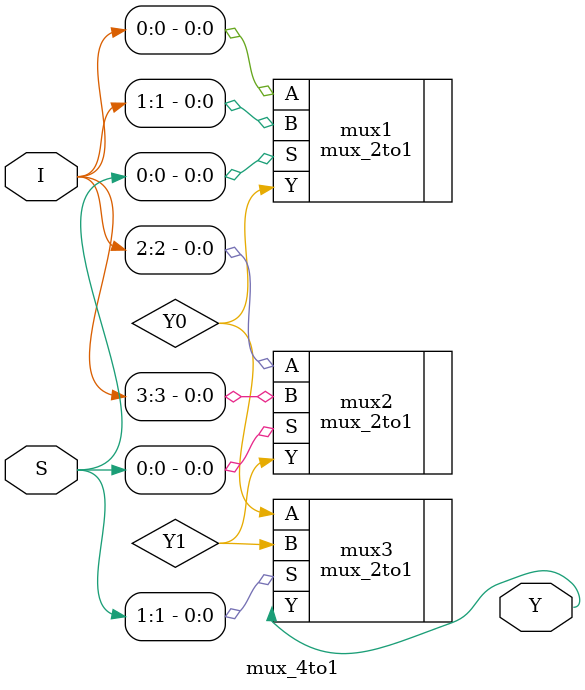
<source format=v>
`timescale 1ns / 1ps


module mux_4to1 (
    input [3:0] I,   // 4-bit input (I0 to I3)
    input [1:0] S,   // 2-bit select input
    output Y         // Output
);
    wire Y0, Y1;
    
    // Instantiate two 2:1 MUX modules
    mux_2to1 mux1 (.A(I[0]), .B(I[1]), .S(S[0]), .Y(Y0));
    mux_2to1 mux2 (.A(I[2]), .B(I[3]), .S(S[0]), .Y(Y1));
    
    // Final 2:1 MUX to select between Y0 and Y1
    mux_2to1 mux3 (.A(Y0), .B(Y1), .S(S[1]), .Y(Y));
endmodule

</source>
